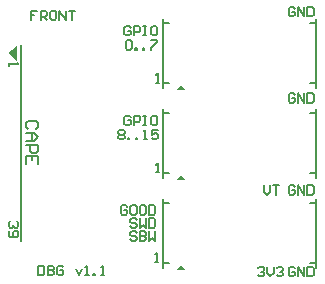
<source format=gbr>
%TF.GenerationSoftware,Altium Limited,Altium Designer,25.4.2 (15)*%
G04 Layer_Color=65535*
%FSLAX45Y45*%
%MOMM*%
%TF.SameCoordinates,CEB5D3C2-0C51-4B95-AE11-DBC00170FBBE*%
%TF.FilePolarity,Positive*%
%TF.FileFunction,Legend,Top*%
%TF.Part,Single*%
G01*
G75*
%TA.AperFunction,NonConductor*%
%ADD20C,0.20000*%
%ADD21C,0.15000*%
G36*
X1944162Y318795D02*
X1980486Y275206D01*
X1907838D01*
X1944162Y318795D01*
D02*
G37*
G36*
Y1080795D02*
X1980486Y1037206D01*
X1907838D01*
X1944162Y1080795D01*
D02*
G37*
G36*
X482853Y2111789D02*
X560000Y2176080D01*
Y2047500D01*
X482853Y2111789D01*
D02*
G37*
G36*
X1944162Y1842795D02*
X1980486Y1799206D01*
X1907838D01*
X1944162Y1842795D01*
D02*
G37*
D20*
X3089000Y297000D02*
Y882000D01*
X3035000Y842000D02*
X3085000D01*
X3035000Y337000D02*
X3085000D01*
X3089000Y297000D02*
Y882000D01*
X1796000Y842000D02*
X1846000D01*
X1794000Y297000D02*
Y882000D01*
X1796000Y337000D02*
X1846000D01*
X3089000Y1059000D02*
Y1644000D01*
X3035000Y1604000D02*
X3085000D01*
X3035000Y1099000D02*
X3085000D01*
X3089000Y1059000D02*
Y1644000D01*
X1796000Y1604000D02*
X1846000D01*
X1794000Y1059000D02*
Y1644000D01*
X1796000Y1099000D02*
X1846000D01*
X3089000Y1821000D02*
Y2406000D01*
X3035000Y2366000D02*
X3085000D01*
X3035000Y1861000D02*
X3085000D01*
X3089000Y1821000D02*
Y2406000D01*
X1796000Y2366000D02*
X1846000D01*
X1794000Y1821000D02*
Y2406000D01*
X1796000Y1861000D02*
X1846000D01*
X590000Y520000D02*
Y2180000D01*
X713307Y1473355D02*
X729968Y1490016D01*
Y1523338D01*
X713307Y1540000D01*
X646662D01*
X630000Y1523338D01*
Y1490016D01*
X646662Y1473355D01*
X630000Y1440032D02*
X696645D01*
X729968Y1406709D01*
X696645Y1373387D01*
X630000D01*
X679984D01*
Y1440032D01*
X630000Y1340064D02*
X729968D01*
Y1290080D01*
X713307Y1273419D01*
X679984D01*
X663323Y1290080D01*
Y1340064D01*
X729968Y1173451D02*
Y1240096D01*
X630000D01*
Y1173451D01*
X679984Y1240096D02*
Y1206774D01*
D21*
X735000Y314974D02*
Y235000D01*
X774987D01*
X788316Y248329D01*
Y301645D01*
X774987Y314974D01*
X735000D01*
X814974D02*
Y235000D01*
X854961D01*
X868290Y248329D01*
Y261658D01*
X854961Y274987D01*
X814974D01*
X854961D01*
X868290Y288316D01*
Y301645D01*
X854961Y314974D01*
X814974D01*
X948264Y301645D02*
X934935Y314974D01*
X908277D01*
X894948Y301645D01*
Y248329D01*
X908277Y235000D01*
X934935D01*
X948264Y248329D01*
Y274987D01*
X921606D01*
X1054896Y288316D02*
X1081554Y235000D01*
X1108212Y288316D01*
X1134870Y235000D02*
X1161529D01*
X1148200D01*
Y314974D01*
X1134870Y301645D01*
X1201516Y235000D02*
Y248329D01*
X1214845D01*
Y235000D01*
X1201516D01*
X1268161D02*
X1294819D01*
X1281490D01*
Y314974D01*
X1268161Y301645D01*
X551644Y690001D02*
X564973Y676672D01*
Y650014D01*
X551644Y636685D01*
X538315D01*
X524986Y650014D01*
Y663343D01*
Y650014D01*
X511657Y636685D01*
X498328D01*
X484999Y650014D01*
Y676672D01*
X498328Y690001D01*
Y610027D02*
X484999Y596698D01*
Y570040D01*
X498328Y556711D01*
X551644D01*
X564973Y570040D01*
Y596698D01*
X551644Y610027D01*
X538315D01*
X524986Y596698D01*
Y556711D01*
X484999Y2035001D02*
Y2008343D01*
Y2021672D01*
X564973D01*
X551644Y2035001D01*
X1518316Y1571645D02*
X1504987Y1584974D01*
X1478329D01*
X1465000Y1571645D01*
Y1518329D01*
X1478329Y1505000D01*
X1504987D01*
X1518316Y1518329D01*
Y1544987D01*
X1491658D01*
X1544974Y1505000D02*
Y1584974D01*
X1584961D01*
X1598290Y1571645D01*
Y1544987D01*
X1584961Y1531658D01*
X1544974D01*
X1624948Y1584974D02*
X1651606D01*
X1638277D01*
Y1505000D01*
X1624948D01*
X1651606D01*
X1731580Y1584974D02*
X1704922D01*
X1691593Y1571645D01*
Y1518329D01*
X1704922Y1505000D01*
X1731580D01*
X1744909Y1518329D01*
Y1571645D01*
X1731580Y1584974D01*
X1518316Y2331645D02*
X1504987Y2344974D01*
X1478329D01*
X1465000Y2331645D01*
Y2278329D01*
X1478329Y2265000D01*
X1504987D01*
X1518316Y2278329D01*
Y2304987D01*
X1491658D01*
X1544974Y2265000D02*
Y2344974D01*
X1584961D01*
X1598290Y2331645D01*
Y2304987D01*
X1584961Y2291658D01*
X1544974D01*
X1624948Y2344974D02*
X1651606D01*
X1638277D01*
Y2265000D01*
X1624948D01*
X1651606D01*
X1731580Y2344974D02*
X1704922D01*
X1691593Y2331645D01*
Y2278329D01*
X1704922Y2265000D01*
X1731580D01*
X1744909Y2278329D01*
Y2331645D01*
X1731580Y2344974D01*
X2908316Y291645D02*
X2894987Y304974D01*
X2868329D01*
X2855000Y291645D01*
Y238329D01*
X2868329Y225000D01*
X2894987D01*
X2908316Y238329D01*
Y264987D01*
X2881658D01*
X2934974Y225000D02*
Y304974D01*
X2988290Y225000D01*
Y304974D01*
X3014948D02*
Y225000D01*
X3054935D01*
X3068264Y238329D01*
Y291645D01*
X3054935Y304974D01*
X3014948D01*
X2908316Y2491645D02*
X2894987Y2504974D01*
X2868329D01*
X2855000Y2491645D01*
Y2438329D01*
X2868329Y2425000D01*
X2894987D01*
X2908316Y2438329D01*
Y2464987D01*
X2881658D01*
X2934974Y2425000D02*
Y2504974D01*
X2988290Y2425000D01*
Y2504974D01*
X3014948D02*
Y2425000D01*
X3054935D01*
X3068264Y2438329D01*
Y2491645D01*
X3054935Y2504974D01*
X3014948D01*
X2908316Y981645D02*
X2894987Y994974D01*
X2868329D01*
X2855000Y981645D01*
Y928329D01*
X2868329Y915000D01*
X2894987D01*
X2908316Y928329D01*
Y954987D01*
X2881658D01*
X2934974Y915000D02*
Y994974D01*
X2988290Y915000D01*
Y994974D01*
X3014948D02*
Y915000D01*
X3054935D01*
X3068264Y928329D01*
Y981645D01*
X3054935Y994974D01*
X3014948D01*
X1735000Y1865000D02*
X1761658D01*
X1748329D01*
Y1944974D01*
X1735000Y1931645D01*
Y1105000D02*
X1761658D01*
X1748329D01*
Y1184974D01*
X1735000Y1171645D01*
X2595000Y291645D02*
X2608329Y304974D01*
X2634987D01*
X2648316Y291645D01*
Y278316D01*
X2634987Y264987D01*
X2621658D01*
X2634987D01*
X2648316Y251658D01*
Y238329D01*
X2634987Y225000D01*
X2608329D01*
X2595000Y238329D01*
X2674974Y304974D02*
Y251658D01*
X2701632Y225000D01*
X2728290Y251658D01*
Y304974D01*
X2754948Y291645D02*
X2768277Y304974D01*
X2794935D01*
X2808264Y291645D01*
Y278316D01*
X2794935Y264987D01*
X2781606D01*
X2794935D01*
X2808264Y251658D01*
Y238329D01*
X2794935Y225000D01*
X2768277D01*
X2754948Y238329D01*
X2645000Y994974D02*
Y941658D01*
X2671658Y915000D01*
X2698316Y941658D01*
Y994974D01*
X2724974D02*
X2778290D01*
X2751632D01*
Y915000D01*
X1568316Y591645D02*
X1554987Y604974D01*
X1528329D01*
X1515000Y591645D01*
Y578316D01*
X1528329Y564987D01*
X1554987D01*
X1568316Y551658D01*
Y538329D01*
X1554987Y524999D01*
X1528329D01*
X1515000Y538329D01*
X1594974Y604974D02*
Y524999D01*
X1634961D01*
X1648290Y538329D01*
Y551658D01*
X1634961Y564987D01*
X1594974D01*
X1634961D01*
X1648290Y578316D01*
Y591645D01*
X1634961Y604974D01*
X1594974D01*
X1674948D02*
Y524999D01*
X1701606Y551658D01*
X1728264Y524999D01*
Y604974D01*
X1568316Y701645D02*
X1554987Y714974D01*
X1528329D01*
X1515000Y701645D01*
Y688316D01*
X1528329Y674987D01*
X1554987D01*
X1568316Y661658D01*
Y648329D01*
X1554987Y634999D01*
X1528329D01*
X1515000Y648329D01*
X1594974Y714974D02*
Y634999D01*
X1621632Y661658D01*
X1648290Y634999D01*
Y714974D01*
X1674948D02*
Y634999D01*
X1714935D01*
X1728264Y648329D01*
Y701645D01*
X1714935Y714974D01*
X1674948D01*
X1488316Y811645D02*
X1474987Y824974D01*
X1448329D01*
X1435000Y811645D01*
Y758329D01*
X1448329Y745000D01*
X1474987D01*
X1488316Y758329D01*
Y784987D01*
X1461658D01*
X1554961Y824974D02*
X1528303D01*
X1514974Y811645D01*
Y758329D01*
X1528303Y745000D01*
X1554961D01*
X1568290Y758329D01*
Y811645D01*
X1554961Y824974D01*
X1634935D02*
X1608277D01*
X1594948Y811645D01*
Y758329D01*
X1608277Y745000D01*
X1634935D01*
X1648264Y758329D01*
Y811645D01*
X1634935Y824974D01*
X1674922D02*
Y745000D01*
X1714909D01*
X1728238Y758329D01*
Y811645D01*
X1714909Y824974D01*
X1674922D01*
X1415000Y1451645D02*
X1428329Y1464974D01*
X1454987D01*
X1468316Y1451645D01*
Y1438316D01*
X1454987Y1424987D01*
X1468316Y1411658D01*
Y1398329D01*
X1454987Y1385000D01*
X1428329D01*
X1415000Y1398329D01*
Y1411658D01*
X1428329Y1424987D01*
X1415000Y1438316D01*
Y1451645D01*
X1428329Y1424987D02*
X1454987D01*
X1494974Y1385000D02*
Y1398329D01*
X1508303D01*
Y1385000D01*
X1494974D01*
X1561619D02*
Y1398329D01*
X1574948D01*
Y1385000D01*
X1561619D01*
X1628264D02*
X1654923D01*
X1641594D01*
Y1464974D01*
X1628264Y1451645D01*
X1748226Y1464974D02*
X1694910D01*
Y1424987D01*
X1721568Y1438316D01*
X1734897D01*
X1748226Y1424987D01*
Y1398329D01*
X1734897Y1385000D01*
X1708239D01*
X1694910Y1398329D01*
X2908316Y1761645D02*
X2894987Y1774974D01*
X2868329D01*
X2855000Y1761645D01*
Y1708329D01*
X2868329Y1695000D01*
X2894987D01*
X2908316Y1708329D01*
Y1734987D01*
X2881658D01*
X2934974Y1695000D02*
Y1774974D01*
X2988290Y1695000D01*
Y1774974D01*
X3014948D02*
Y1695000D01*
X3054935D01*
X3068264Y1708329D01*
Y1761645D01*
X3054935Y1774974D01*
X3014948D01*
X1475000Y2211645D02*
X1488329Y2224974D01*
X1514987D01*
X1528316Y2211645D01*
Y2158329D01*
X1514987Y2145000D01*
X1488329D01*
X1475000Y2158329D01*
Y2211645D01*
X1554974Y2145000D02*
Y2158329D01*
X1568303D01*
Y2145000D01*
X1554974D01*
X1621619D02*
Y2158329D01*
X1634948D01*
Y2145000D01*
X1621619D01*
X1688264Y2224974D02*
X1741580D01*
Y2211645D01*
X1688264Y2158329D01*
Y2145000D01*
X728316Y2474974D02*
X675000D01*
Y2434987D01*
X701658D01*
X675000D01*
Y2395000D01*
X754974D02*
Y2474974D01*
X794961D01*
X808290Y2461645D01*
Y2434987D01*
X794961Y2421658D01*
X754974D01*
X781632D02*
X808290Y2395000D01*
X874935Y2474974D02*
X848277D01*
X834948Y2461645D01*
Y2408329D01*
X848277Y2395000D01*
X874935D01*
X888264Y2408329D01*
Y2461645D01*
X874935Y2474974D01*
X914922Y2395000D02*
Y2474974D01*
X968238Y2395000D01*
Y2474974D01*
X994896D02*
X1048213D01*
X1021554D01*
Y2395000D01*
X1725000Y345000D02*
X1751658D01*
X1738329D01*
Y424974D01*
X1725000Y411645D01*
%TF.MD5,4fbf378694b671f3c9825530de044468*%
M02*

</source>
